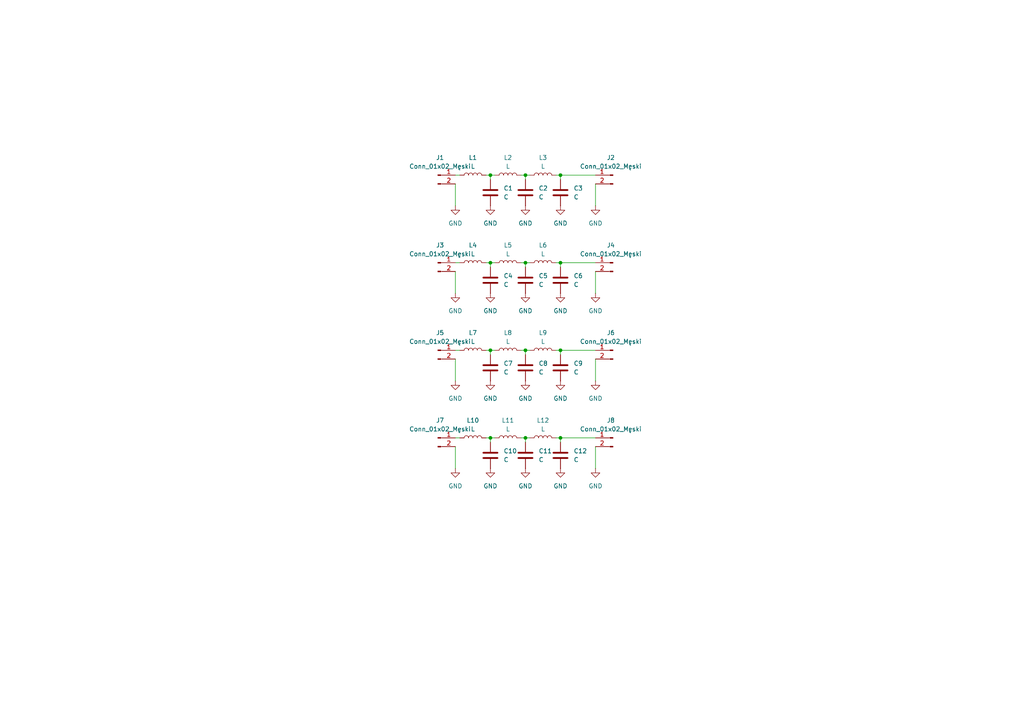
<source format=kicad_sch>
(kicad_sch (version 20231120) (generator "eeschema") (generator_version "8.0")
  (paper "A4")
  (lib_symbols
    (symbol "Connector:Conn_01x02_Pin" (pin_names (offset 1.016) hide)
      (property "Reference" "J" (at 0 2.54 0))
      (property "Value" "Conn_01x02_Pin" (at 0 -5.08 0))
      (symbol "Conn_01x02_Pin_1_1"
        (polyline (pts (xy 1.27 -2.54) (xy 0.8636 -2.54)) (stroke (width 0.1524)))
        (polyline (pts (xy 1.27 0) (xy 0.8636 0)) (stroke (width 0.1524)))
        (rectangle (start 0.8636 -2.413) (end 0 -2.667) (stroke (width 0.1524)) (fill (type outline)))
        (rectangle (start 0.8636 0.127) (end 0 -0.127) (stroke (width 0.1524)) (fill (type outline)))
        (pin passive line (at 5.08 0 180) (length 3.81) (name "Pin_1") (number "1"))
        (pin passive line (at 5.08 -2.54 180) (length 3.81) (name "Pin_2") (number "2"))
      )
    )
    (symbol "Device:C" (pin_numbers hide) (pin_names (offset 0.254))
      (property "Reference" "C" (at 0.635 2.54 0))
      (property "Value" "C" (at 0.635 -2.54 0))
      (symbol "C_0_1"
        (polyline (pts (xy -2.032 -0.762) (xy 2.032 -0.762)) (stroke (width 0.508)))
        (polyline (pts (xy -2.032 0.762) (xy 2.032 0.762)) (stroke (width 0.508)))
      )
      (symbol "C_1_1"
        (pin passive line (at 0 3.81 270) (length 2.794) (name "~") (number "1"))
        (pin passive line (at 0 -3.81 90) (length 2.794) (name "~") (number "2"))
      )
    )
    (symbol "Device:L" (pin_numbers hide) (pin_names (offset 1.016) hide)
      (property "Reference" "L" (at -1.27 0 90))
      (property "Value" "L" (at 1.905 0 90))
      (symbol "L_0_1"
        (arc (start 0 -2.54) (mid 0.6323 -1.905) (end 0 -1.27))
        (arc (start 0 -1.27) (mid 0.6323 -0.635) (end 0 0))
        (arc (start 0 0) (mid 0.6323 0.635) (end 0 1.27))
        (arc (start 0 1.27) (mid 0.6323 1.905) (end 0 2.54))
      )
      (symbol "L_1_1"
        (pin passive line (at 0 3.81 270) (length 1.27) (name "1") (number "1"))
        (pin passive line (at 0 -3.81 90) (length 1.27) (name "2") (number "2"))
      )
    )
    (symbol "power:GND" (power) (pin_numbers hide) (pin_names (offset 0) hide)
      (property "Value" "GND" (at 0 -3.81 0))
      (symbol "GND_0_1"
        (polyline (pts (xy 0 0) (xy 0 -1.27) (xy 1.27 -1.27) (xy 0 -2.54) (xy -1.27 -1.27) (xy 0 -1.27)))
      )
      (symbol "GND_1_1"
        (pin power_in line (at 0 0 270) (length 0) (name "~") (number "1"))
      )
    )
  )
  (junction (at 162.56 127))
  (junction (at 152.4 101.6))
  (junction (at 142.24 101.6))
  (junction (at 152.4 50.8))
  (junction (at 152.4 76.2))
  (junction (at 142.24 127))
  (junction (at 142.24 76.2))
  (junction (at 142.24 50.8))
  (junction (at 162.56 50.8))
  (junction (at 162.56 101.6))
  (junction (at 152.4 127))
  (junction (at 162.56 76.2))
  (wire (pts (xy 142.24 101.6) (xy 143.51 101.6)))
  (wire (pts (xy 152.4 127) (xy 152.4 128.27)))
  (wire (pts (xy 152.4 76.2) (xy 152.4 77.47)))
  (wire (pts (xy 132.08 50.8) (xy 133.35 50.8)))
  (wire (pts (xy 151.13 76.2) (xy 152.4 76.2)))
  (wire (pts (xy 132.08 78.74) (xy 132.08 85.09)))
  (wire (pts (xy 172.72 129.54) (xy 172.72 135.89)))
  (wire (pts (xy 152.4 50.8) (xy 152.4 52.07)))
  (wire (pts (xy 162.56 76.2) (xy 162.56 77.47)))
  (wire (pts (xy 132.08 76.2) (xy 133.35 76.2)))
  (wire (pts (xy 140.97 50.8) (xy 142.24 50.8)))
  (wire (pts (xy 140.97 101.6) (xy 142.24 101.6)))
  (wire (pts (xy 142.24 50.8) (xy 142.24 52.07)))
  (wire (pts (xy 151.13 50.8) (xy 152.4 50.8)))
  (wire (pts (xy 132.08 104.14) (xy 132.08 110.49)))
  (wire (pts (xy 172.72 53.34) (xy 172.72 59.69)))
  (wire (pts (xy 162.56 76.2) (xy 172.72 76.2)))
  (wire (pts (xy 161.29 50.8) (xy 162.56 50.8)))
  (wire (pts (xy 140.97 76.2) (xy 142.24 76.2)))
  (wire (pts (xy 142.24 127) (xy 142.24 128.27)))
  (wire (pts (xy 142.24 76.2) (xy 142.24 77.47)))
  (wire (pts (xy 162.56 50.8) (xy 162.56 52.07)))
  (wire (pts (xy 132.08 101.6) (xy 133.35 101.6)))
  (wire (pts (xy 151.13 127) (xy 152.4 127)))
  (wire (pts (xy 162.56 50.8) (xy 172.72 50.8)))
  (wire (pts (xy 142.24 127) (xy 143.51 127)))
  (wire (pts (xy 142.24 50.8) (xy 143.51 50.8)))
  (wire (pts (xy 161.29 101.6) (xy 162.56 101.6)))
  (wire (pts (xy 152.4 127) (xy 153.67 127)))
  (wire (pts (xy 161.29 76.2) (xy 162.56 76.2)))
  (wire (pts (xy 142.24 101.6) (xy 142.24 102.87)))
  (wire (pts (xy 161.29 127) (xy 162.56 127)))
  (wire (pts (xy 132.08 127) (xy 133.35 127)))
  (wire (pts (xy 152.4 101.6) (xy 153.67 101.6)))
  (wire (pts (xy 132.08 53.34) (xy 132.08 59.69)))
  (wire (pts (xy 172.72 104.14) (xy 172.72 110.49)))
  (wire (pts (xy 172.72 78.74) (xy 172.72 85.09)))
  (wire (pts (xy 162.56 101.6) (xy 172.72 101.6)))
  (wire (pts (xy 162.56 127) (xy 172.72 127)))
  (wire (pts (xy 142.24 76.2) (xy 143.51 76.2)))
  (wire (pts (xy 162.56 101.6) (xy 162.56 102.87)))
  (wire (pts (xy 162.56 127) (xy 162.56 128.27)))
  (wire (pts (xy 132.08 129.54) (xy 132.08 135.89)))
  (wire (pts (xy 152.4 76.2) (xy 153.67 76.2)))
  (wire (pts (xy 152.4 101.6) (xy 152.4 102.87)))
  (wire (pts (xy 140.97 127) (xy 142.24 127)))
  (wire (pts (xy 152.4 50.8) (xy 153.67 50.8)))
  (wire (pts (xy 151.13 101.6) (xy 152.4 101.6)))
  (symbol (lib_id "Device:L") (at 137.16 50.8 90) (unit 1)
    (property "Reference" "L1" (at 137.16 45.72 90))
    (property "Value" "L" (at 137.16 48.26 90))
    (property "Footprint" "Inductor_SMD:L_0603_1608Metric_Pad1.05x0.95mm_HandSolder" (effects (hide yes)))
    (property "Description" "Inductor" (effects (hide yes)))
  )
  (symbol (lib_id "power:GND") (at 152.4 110.49 0) (unit 1)
    (property "Reference" "#PWR013" (effects (hide yes)))
    (property "Value" "GND" (at 152.4 115.57 0))
    (property "Description" "Power symbol creates a global label with name \"GND\" , ground" (effects (hide yes)))
  )
  (symbol (lib_id "power:GND") (at 162.56 85.09 0) (unit 1)
    (property "Reference" "#PWR09" (effects (hide yes)))
    (property "Value" "GND" (at 162.56 90.17 0))
    (property "Description" "Power symbol creates a global label with name \"GND\" , ground" (effects (hide yes)))
  )
  (symbol (lib_id "Device:L") (at 147.32 50.8 90) (unit 1)
    (property "Reference" "L2" (at 147.32 45.72 90))
    (property "Value" "L" (at 147.32 48.26 90))
    (property "Footprint" "Inductor_SMD:L_0603_1608Metric_Pad1.05x0.95mm_HandSolder" (effects (hide yes)))
    (property "Description" "Inductor" (effects (hide yes)))
  )
  (symbol (lib_id "Device:C") (at 152.4 55.88 0) (unit 1)
    (property "Reference" "C2" (at 156.21 54.6099 0) (effects (justify left)))
    (property "Value" "C" (at 156.21 57.1499 0) (effects (justify left)))
    (property "Footprint" "Capacitor_SMD:C_0603_1608Metric_Pad1.08x0.95mm_HandSolder" (effects (hide yes)))
    (property "Description" "Unpolarized capacitor" (effects (hide yes)))
  )
  (symbol (lib_id "power:GND") (at 132.08 59.69 0) (unit 1)
    (property "Reference" "#PWR05" (effects (hide yes)))
    (property "Value" "GND" (at 132.08 64.77 0))
    (property "Description" "Power symbol creates a global label with name \"GND\" , ground" (effects (hide yes)))
  )
  (symbol (lib_id "Connector:Conn_01x02_Pin") (at 177.8 50.8 0) (mirror y) (unit 1)
    (property "Reference" "J2" (at 177.165 45.72 0))
    (property "Value" "Conn_01x02_Męski" (at 177.165 48.26 0))
    (property "Footprint" "Connector_PinHeader_1.00mm:PinHeader_1x02_P1.00mm_Horizontal" (effects (hide yes)))
    (property "Description" "Generic connector, single row, 01x02, script generated" (effects (hide yes)))
  )
  (symbol (lib_id "Connector:Conn_01x02_Pin") (at 177.8 127 0) (mirror y) (unit 1)
    (property "Reference" "J8" (at 177.165 121.92 0))
    (property "Value" "Conn_01x02_Męski" (at 177.165 124.46 0))
    (property "Footprint" "Connector_PinHeader_1.00mm:PinHeader_1x02_P1.00mm_Horizontal" (effects (hide yes)))
    (property "Description" "Generic connector, single row, 01x02, script generated" (effects (hide yes)))
  )
  (symbol (lib_id "Device:C") (at 142.24 55.88 0) (unit 1)
    (property "Reference" "C1" (at 146.05 54.6099 0) (effects (justify left)))
    (property "Value" "C" (at 146.05 57.1499 0) (effects (justify left)))
    (property "Footprint" "Capacitor_SMD:C_0603_1608Metric_Pad1.08x0.95mm_HandSolder" (effects (hide yes)))
    (property "Description" "Unpolarized capacitor" (effects (hide yes)))
  )
  (symbol (lib_id "power:GND") (at 172.72 110.49 0) (unit 1)
    (property "Reference" "#PWR015" (effects (hide yes)))
    (property "Value" "GND" (at 172.72 115.57 0))
    (property "Description" "Power symbol creates a global label with name \"GND\" , ground" (effects (hide yes)))
  )
  (symbol (lib_id "Device:C") (at 162.56 55.88 0) (unit 1)
    (property "Reference" "C3" (at 166.37 54.6099 0) (effects (justify left)))
    (property "Value" "C" (at 166.37 57.1499 0) (effects (justify left)))
    (property "Footprint" "Capacitor_SMD:C_0603_1608Metric_Pad1.08x0.95mm_HandSolder" (effects (hide yes)))
    (property "Description" "Unpolarized capacitor" (effects (hide yes)))
  )
  (symbol (lib_id "power:GND") (at 162.56 59.69 0) (unit 1)
    (property "Reference" "#PWR03" (effects (hide yes)))
    (property "Value" "GND" (at 162.56 64.77 0))
    (property "Description" "Power symbol creates a global label with name \"GND\" , ground" (effects (hide yes)))
  )
  (symbol (lib_id "Device:L") (at 157.48 127 90) (unit 1)
    (property "Reference" "L12" (at 157.48 121.92 90))
    (property "Value" "L" (at 157.48 124.46 90))
    (property "Footprint" "Inductor_SMD:L_0603_1608Metric_Pad1.05x0.95mm_HandSolder" (effects (hide yes)))
    (property "Description" "Inductor" (effects (hide yes)))
  )
  (symbol (lib_id "Device:L") (at 137.16 127 90) (unit 1)
    (property "Reference" "L10" (at 137.16 121.92 90))
    (property "Value" "L" (at 137.16 124.46 90))
    (property "Footprint" "Inductor_SMD:L_0603_1608Metric_Pad1.05x0.95mm_HandSolder" (effects (hide yes)))
    (property "Description" "Inductor" (effects (hide yes)))
  )
  (symbol (lib_id "Connector:Conn_01x02_Pin") (at 127 76.2 0) (unit 1)
    (property "Reference" "J3" (at 127.635 71.12 0))
    (property "Value" "Conn_01x02_Męski" (at 127.635 73.66 0))
    (property "Footprint" "Connector_PinHeader_1.00mm:PinHeader_1x02_P1.00mm_Horizontal" (effects (hide yes)))
    (property "Description" "Generic connector, single row, 01x02, script generated" (effects (hide yes)))
  )
  (symbol (lib_id "power:GND") (at 132.08 135.89 0) (unit 1)
    (property "Reference" "#PWR016" (effects (hide yes)))
    (property "Value" "GND" (at 132.08 140.97 0))
    (property "Description" "Power symbol creates a global label with name \"GND\" , ground" (effects (hide yes)))
  )
  (symbol (lib_id "Device:L") (at 137.16 76.2 90) (unit 1)
    (property "Reference" "L4" (at 137.16 71.12 90))
    (property "Value" "L" (at 137.16 73.66 90))
    (property "Footprint" "Inductor_SMD:L_0603_1608Metric_Pad1.05x0.95mm_HandSolder" (effects (hide yes)))
    (property "Description" "Inductor" (effects (hide yes)))
  )
  (symbol (lib_id "Device:C") (at 162.56 106.68 0) (unit 1)
    (property "Reference" "C9" (at 166.37 105.4099 0) (effects (justify left)))
    (property "Value" "C" (at 166.37 107.9499 0) (effects (justify left)))
    (property "Footprint" "Capacitor_SMD:C_0603_1608Metric_Pad1.08x0.95mm_HandSolder" (effects (hide yes)))
    (property "Description" "Unpolarized capacitor" (effects (hide yes)))
  )
  (symbol (lib_id "power:GND") (at 162.56 110.49 0) (unit 1)
    (property "Reference" "#PWR014" (effects (hide yes)))
    (property "Value" "GND" (at 162.56 115.57 0))
    (property "Description" "Power symbol creates a global label with name \"GND\" , ground" (effects (hide yes)))
  )
  (symbol (lib_id "power:GND") (at 132.08 85.09 0) (unit 1)
    (property "Reference" "#PWR06" (effects (hide yes)))
    (property "Value" "GND" (at 132.08 90.17 0))
    (property "Description" "Power symbol creates a global label with name \"GND\" , ground" (effects (hide yes)))
  )
  (symbol (lib_id "Device:L") (at 157.48 50.8 90) (unit 1)
    (property "Reference" "L3" (at 157.48 45.72 90))
    (property "Value" "L" (at 157.48 48.26 90))
    (property "Footprint" "Inductor_SMD:L_0603_1608Metric_Pad1.05x0.95mm_HandSolder" (effects (hide yes)))
    (property "Description" "Inductor" (effects (hide yes)))
  )
  (symbol (lib_id "Device:C") (at 162.56 132.08 0) (unit 1)
    (property "Reference" "C12" (at 166.37 130.8099 0) (effects (justify left)))
    (property "Value" "C" (at 166.37 133.3499 0) (effects (justify left)))
    (property "Footprint" "Capacitor_SMD:C_0603_1608Metric_Pad1.08x0.95mm_HandSolder" (effects (hide yes)))
    (property "Description" "Unpolarized capacitor" (effects (hide yes)))
  )
  (symbol (lib_id "Connector:Conn_01x02_Pin") (at 177.8 101.6 0) (mirror y) (unit 1)
    (property "Reference" "J6" (at 177.165 96.52 0))
    (property "Value" "Conn_01x02_Męski" (at 177.165 99.06 0))
    (property "Footprint" "Connector_PinHeader_1.00mm:PinHeader_1x02_P1.00mm_Horizontal" (effects (hide yes)))
    (property "Description" "Generic connector, single row, 01x02, script generated" (effects (hide yes)))
  )
  (symbol (lib_id "Device:C") (at 142.24 106.68 0) (unit 1)
    (property "Reference" "C7" (at 146.05 105.4099 0) (effects (justify left)))
    (property "Value" "C" (at 146.05 107.9499 0) (effects (justify left)))
    (property "Footprint" "Capacitor_SMD:C_0603_1608Metric_Pad1.08x0.95mm_HandSolder" (effects (hide yes)))
    (property "Description" "Unpolarized capacitor" (effects (hide yes)))
  )
  (symbol (lib_id "Device:C") (at 162.56 81.28 0) (unit 1)
    (property "Reference" "C6" (at 166.37 80.0099 0) (effects (justify left)))
    (property "Value" "C" (at 166.37 82.5499 0) (effects (justify left)))
    (property "Footprint" "Capacitor_SMD:C_0603_1608Metric_Pad1.08x0.95mm_HandSolder" (effects (hide yes)))
    (property "Description" "Unpolarized capacitor" (effects (hide yes)))
  )
  (symbol (lib_id "power:GND") (at 172.72 59.69 0) (unit 1)
    (property "Reference" "#PWR04" (effects (hide yes)))
    (property "Value" "GND" (at 172.72 64.77 0))
    (property "Description" "Power symbol creates a global label with name \"GND\" , ground" (effects (hide yes)))
  )
  (symbol (lib_id "power:GND") (at 152.4 85.09 0) (unit 1)
    (property "Reference" "#PWR08" (effects (hide yes)))
    (property "Value" "GND" (at 152.4 90.17 0))
    (property "Description" "Power symbol creates a global label with name \"GND\" , ground" (effects (hide yes)))
  )
  (symbol (lib_id "Connector:Conn_01x02_Pin") (at 127 50.8 0) (unit 1)
    (property "Reference" "J1" (at 127.635 45.72 0))
    (property "Value" "Conn_01x02_Męski" (at 127.635 48.26 0))
    (property "Footprint" "Connector_PinHeader_1.00mm:PinHeader_1x02_P1.00mm_Horizontal" (effects (hide yes)))
    (property "Description" "Generic connector, single row, 01x02, script generated" (effects (hide yes)))
  )
  (symbol (lib_id "Device:L") (at 147.32 127 90) (unit 1)
    (property "Reference" "L11" (at 147.32 121.92 90))
    (property "Value" "L" (at 147.32 124.46 90))
    (property "Footprint" "Inductor_SMD:L_0603_1608Metric_Pad1.05x0.95mm_HandSolder" (effects (hide yes)))
    (property "Description" "Inductor" (effects (hide yes)))
  )
  (symbol (lib_id "Connector:Conn_01x02_Pin") (at 177.8 76.2 0) (mirror y) (unit 1)
    (property "Reference" "J4" (at 177.165 71.12 0))
    (property "Value" "Conn_01x02_Męski" (at 177.165 73.66 0))
    (property "Footprint" "Connector_PinHeader_1.00mm:PinHeader_1x02_P1.00mm_Horizontal" (effects (hide yes)))
    (property "Description" "Generic connector, single row, 01x02, script generated" (effects (hide yes)))
  )
  (symbol (lib_id "Connector:Conn_01x02_Pin") (at 127 101.6 0) (unit 1)
    (property "Reference" "J5" (at 127.635 96.52 0))
    (property "Value" "Conn_01x02_Męski" (at 127.635 99.06 0))
    (property "Footprint" "Connector_PinHeader_1.00mm:PinHeader_1x02_P1.00mm_Horizontal" (effects (hide yes)))
    (property "Description" "Generic connector, single row, 01x02, script generated" (effects (hide yes)))
  )
  (symbol (lib_id "power:GND") (at 142.24 59.69 0) (unit 1)
    (property "Reference" "#PWR01" (effects (hide yes)))
    (property "Value" "GND" (at 142.24 64.77 0))
    (property "Description" "Power symbol creates a global label with name \"GND\" , ground" (effects (hide yes)))
  )
  (symbol (lib_id "Device:L") (at 147.32 76.2 90) (unit 1)
    (property "Reference" "L5" (at 147.32 71.12 90))
    (property "Value" "L" (at 147.32 73.66 90))
    (property "Footprint" "Inductor_SMD:L_0603_1608Metric_Pad1.05x0.95mm_HandSolder" (effects (hide yes)))
    (property "Description" "Inductor" (effects (hide yes)))
  )
  (symbol (lib_id "power:GND") (at 152.4 59.69 0) (unit 1)
    (property "Reference" "#PWR02" (effects (hide yes)))
    (property "Value" "GND" (at 152.4 64.77 0))
    (property "Description" "Power symbol creates a global label with name \"GND\" , ground" (effects (hide yes)))
  )
  (symbol (lib_id "power:GND") (at 172.72 85.09 0) (unit 1)
    (property "Reference" "#PWR010" (effects (hide yes)))
    (property "Value" "GND" (at 172.72 90.17 0))
    (property "Description" "Power symbol creates a global label with name \"GND\" , ground" (effects (hide yes)))
  )
  (symbol (lib_id "power:GND") (at 162.56 135.89 0) (unit 1)
    (property "Reference" "#PWR019" (effects (hide yes)))
    (property "Value" "GND" (at 162.56 140.97 0))
    (property "Description" "Power symbol creates a global label with name \"GND\" , ground" (effects (hide yes)))
  )
  (symbol (lib_id "Connector:Conn_01x02_Pin") (at 127 127 0) (unit 1)
    (property "Reference" "J7" (at 127.635 121.92 0))
    (property "Value" "Conn_01x02_Męski" (at 127.635 124.46 0))
    (property "Footprint" "Connector_PinHeader_1.00mm:PinHeader_1x02_P1.00mm_Horizontal" (effects (hide yes)))
    (property "Description" "Generic connector, single row, 01x02, script generated" (effects (hide yes)))
  )
  (symbol (lib_id "Device:L") (at 137.16 101.6 90) (unit 1)
    (property "Reference" "L7" (at 137.16 96.52 90))
    (property "Value" "L" (at 137.16 99.06 90))
    (property "Footprint" "Inductor_SMD:L_0603_1608Metric_Pad1.05x0.95mm_HandSolder" (effects (hide yes)))
    (property "Description" "Inductor" (effects (hide yes)))
  )
  (symbol (lib_id "power:GND") (at 142.24 85.09 0) (unit 1)
    (property "Reference" "#PWR07" (effects (hide yes)))
    (property "Value" "GND" (at 142.24 90.17 0))
    (property "Description" "Power symbol creates a global label with name \"GND\" , ground" (effects (hide yes)))
  )
  (symbol (lib_id "Device:C") (at 152.4 132.08 0) (unit 1)
    (property "Reference" "C11" (at 156.21 130.8099 0) (effects (justify left)))
    (property "Value" "C" (at 156.21 133.3499 0) (effects (justify left)))
    (property "Footprint" "Capacitor_SMD:C_0603_1608Metric_Pad1.08x0.95mm_HandSolder" (effects (hide yes)))
    (property "Description" "Unpolarized capacitor" (effects (hide yes)))
  )
  (symbol (lib_id "Device:C") (at 152.4 106.68 0) (unit 1)
    (property "Reference" "C8" (at 156.21 105.4099 0) (effects (justify left)))
    (property "Value" "C" (at 156.21 107.9499 0) (effects (justify left)))
    (property "Footprint" "Capacitor_SMD:C_0603_1608Metric_Pad1.08x0.95mm_HandSolder" (effects (hide yes)))
    (property "Description" "Unpolarized capacitor" (effects (hide yes)))
  )
  (symbol (lib_id "Device:C") (at 152.4 81.28 0) (unit 1)
    (property "Reference" "C5" (at 156.21 80.0099 0) (effects (justify left)))
    (property "Value" "C" (at 156.21 82.5499 0) (effects (justify left)))
    (property "Footprint" "Capacitor_SMD:C_0603_1608Metric_Pad1.08x0.95mm_HandSolder" (effects (hide yes)))
    (property "Description" "Unpolarized capacitor" (effects (hide yes)))
  )
  (symbol (lib_id "power:GND") (at 132.08 110.49 0) (unit 1)
    (property "Reference" "#PWR011" (effects (hide yes)))
    (property "Value" "GND" (at 132.08 115.57 0))
    (property "Description" "Power symbol creates a global label with name \"GND\" , ground" (effects (hide yes)))
  )
  (symbol (lib_id "Device:L") (at 157.48 101.6 90) (unit 1)
    (property "Reference" "L9" (at 157.48 96.52 90))
    (property "Value" "L" (at 157.48 99.06 90))
    (property "Footprint" "Inductor_SMD:L_0603_1608Metric_Pad1.05x0.95mm_HandSolder" (effects (hide yes)))
    (property "Description" "Inductor" (effects (hide yes)))
  )
  (symbol (lib_id "Device:L") (at 157.48 76.2 90) (unit 1)
    (property "Reference" "L6" (at 157.48 71.12 90))
    (property "Value" "L" (at 157.48 73.66 90))
    (property "Footprint" "Inductor_SMD:L_0603_1608Metric_Pad1.05x0.95mm_HandSolder" (effects (hide yes)))
    (property "Description" "Inductor" (effects (hide yes)))
  )
  (symbol (lib_id "power:GND") (at 142.24 110.49 0) (unit 1)
    (property "Reference" "#PWR012" (effects (hide yes)))
    (property "Value" "GND" (at 142.24 115.57 0))
    (property "Description" "Power symbol creates a global label with name \"GND\" , ground" (effects (hide yes)))
  )
  (symbol (lib_id "power:GND") (at 172.72 135.89 0) (unit 1)
    (property "Reference" "#PWR020" (effects (hide yes)))
    (property "Value" "GND" (at 172.72 140.97 0))
    (property "Description" "Power symbol creates a global label with name \"GND\" , ground" (effects (hide yes)))
  )
  (symbol (lib_id "Device:C") (at 142.24 132.08 0) (unit 1)
    (property "Reference" "C10" (at 146.05 130.8099 0) (effects (justify left)))
    (property "Value" "C" (at 146.05 133.3499 0) (effects (justify left)))
    (property "Footprint" "Capacitor_SMD:C_0603_1608Metric_Pad1.08x0.95mm_HandSolder" (effects (hide yes)))
    (property "Description" "Unpolarized capacitor" (effects (hide yes)))
  )
  (symbol (lib_id "power:GND") (at 142.24 135.89 0) (unit 1)
    (property "Reference" "#PWR017" (effects (hide yes)))
    (property "Value" "GND" (at 142.24 140.97 0))
    (property "Description" "Power symbol creates a global label with name \"GND\" , ground" (effects (hide yes)))
  )
  (symbol (lib_id "Device:L") (at 147.32 101.6 90) (unit 1)
    (property "Reference" "L8" (at 147.32 96.52 90))
    (property "Value" "L" (at 147.32 99.06 90))
    (property "Footprint" "Inductor_SMD:L_0603_1608Metric_Pad1.05x0.95mm_HandSolder" (effects (hide yes)))
    (property "Description" "Inductor" (effects (hide yes)))
  )
  (symbol (lib_id "Device:C") (at 142.24 81.28 0) (unit 1)
    (property "Reference" "C4" (at 146.05 80.0099 0) (effects (justify left)))
    (property "Value" "C" (at 146.05 82.5499 0) (effects (justify left)))
    (property "Footprint" "Capacitor_SMD:C_0603_1608Metric_Pad1.08x0.95mm_HandSolder" (effects (hide yes)))
    (property "Description" "Unpolarized capacitor" (effects (hide yes)))
  )
  (symbol (lib_id "power:GND") (at 152.4 135.89 0) (unit 1)
    (property "Reference" "#PWR018" (effects (hide yes)))
    (property "Value" "GND" (at 152.4 140.97 0))
    (property "Description" "Power symbol creates a global label with name \"GND\" , ground" (effects (hide yes)))
  )
)
</source>
